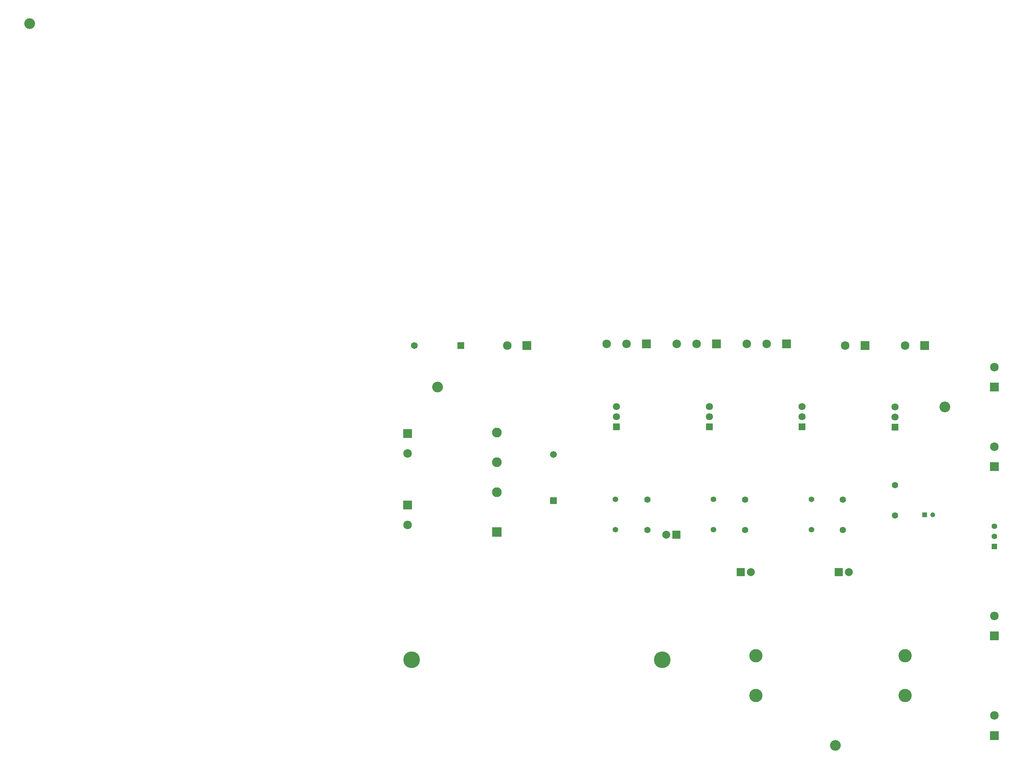
<source format=gts>
G04*
G04 #@! TF.GenerationSoftware,Altium Limited,Altium Designer,22.8.2 (66)*
G04*
G04 Layer_Color=8388736*
%FSLAX23Y23*%
%MOIN*%
G70*
G04*
G04 #@! TF.SameCoordinates,4376FDD3-A04D-437B-B91A-D6F269DAD45D*
G04*
G04*
G04 #@! TF.FilePolarity,Negative*
G04*
G01*
G75*
%ADD15C,0.165*%
%ADD16C,0.131*%
%ADD17O,0.107X0.105*%
%ADD18O,0.107X0.107*%
%ADD19C,0.063*%
%ADD20C,0.071*%
%ADD21R,0.071X0.071*%
%ADD22C,0.079*%
%ADD23R,0.079X0.079*%
%ADD24C,0.055*%
%ADD25R,0.085X0.085*%
%ADD26C,0.085*%
%ADD27R,0.085X0.085*%
%ADD28C,0.067*%
%ADD29R,0.067X0.067*%
%ADD30C,0.097*%
%ADD31R,0.097X0.097*%
%ADD32R,0.067X0.067*%
%ADD33R,0.055X0.055*%
%ADD34R,0.049X0.049*%
%ADD35C,0.049*%
D15*
X2815Y1240D02*
D03*
X335D02*
D03*
D16*
X3740Y1280D02*
D03*
Y886D02*
D03*
X5217Y1280D02*
D03*
Y886D02*
D03*
D17*
X4528Y394D02*
D03*
X-3444Y7530D02*
D03*
X591Y3937D02*
D03*
D18*
X5610Y3740D02*
D03*
D19*
X3635Y2523D02*
D03*
Y2823D02*
D03*
X2667Y2523D02*
D03*
Y2823D02*
D03*
X4602Y2523D02*
D03*
Y2823D02*
D03*
X5118Y2668D02*
D03*
Y2968D02*
D03*
D20*
X4199Y3743D02*
D03*
Y3643D02*
D03*
X3281Y3743D02*
D03*
Y3643D02*
D03*
X2362Y3743D02*
D03*
Y3643D02*
D03*
X5118Y3742D02*
D03*
Y3642D02*
D03*
D21*
X4199Y3543D02*
D03*
X3281D02*
D03*
X2362D02*
D03*
X5118Y3542D02*
D03*
D22*
X3692Y2108D02*
D03*
X4660D02*
D03*
X2854Y2476D02*
D03*
D23*
X3592Y2108D02*
D03*
X4560D02*
D03*
X2954Y2476D02*
D03*
D24*
X4292Y2528D02*
D03*
Y2828D02*
D03*
X3322Y2528D02*
D03*
Y2828D02*
D03*
X2352Y2528D02*
D03*
Y2828D02*
D03*
X6102Y2459D02*
D03*
Y2559D02*
D03*
D25*
X5413Y4346D02*
D03*
X4823D02*
D03*
X1476D02*
D03*
X4044Y4364D02*
D03*
X3351D02*
D03*
X2657D02*
D03*
D26*
X5217Y4346D02*
D03*
X4626D02*
D03*
X6102Y1673D02*
D03*
Y689D02*
D03*
Y3346D02*
D03*
X295Y2575D02*
D03*
Y3280D02*
D03*
X1280Y4346D02*
D03*
X3651Y4364D02*
D03*
X3847D02*
D03*
X2957D02*
D03*
X3154D02*
D03*
X2264D02*
D03*
X2461D02*
D03*
X6102Y4134D02*
D03*
D27*
Y1476D02*
D03*
Y492D02*
D03*
Y3150D02*
D03*
X295Y2771D02*
D03*
Y3476D02*
D03*
X6102Y3937D02*
D03*
D28*
X1738Y3272D02*
D03*
X361Y4346D02*
D03*
D29*
X1738Y2814D02*
D03*
D30*
X1178Y3488D02*
D03*
Y3193D02*
D03*
Y2898D02*
D03*
D31*
Y2504D02*
D03*
D32*
X820Y4346D02*
D03*
D33*
X6102Y2359D02*
D03*
D34*
X5413Y2673D02*
D03*
D35*
X5492D02*
D03*
M02*

</source>
